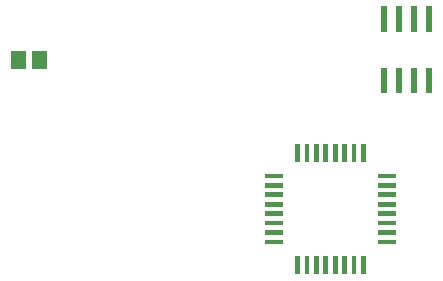
<source format=gbr>
G04 start of page 10 for group -4015 idx -4015 *
G04 Title: (unknown), toppaste *
G04 Creator: pcb 20091103 *
G04 CreationDate: Sun 20 Mar 2011 05:20:08 AM GMT UTC *
G04 For: gjhurlbu *
G04 Format: Gerber/RS-274X *
G04 PCB-Dimensions: 600000 500000 *
G04 PCB-Coordinate-Origin: lower left *
%MOIN*%
%FSLAX25Y25*%
%LNFRONTPASTE*%
%ADD17R,0.0157X0.0157*%
%ADD18R,0.0200X0.0200*%
%ADD19R,0.0512X0.0512*%
G54D19*X51000Y399000D02*Y398214D01*
X43914Y399000D02*Y398214D01*
G54D18*X166000Y395000D02*Y388500D01*
X171000Y395000D02*Y388500D01*
X176000Y395000D02*Y388500D01*
X181000Y395000D02*Y388500D01*
Y415500D02*Y409000D01*
X176000Y415500D02*Y409000D01*
X171000Y415500D02*Y409000D01*
X166000Y415500D02*Y409000D01*
G54D17*X164566Y337977D02*X168992D01*
X164566Y341126D02*X168992D01*
X164566Y344276D02*X168992D01*
X164566Y347425D02*X168992D01*
X164566Y350575D02*X168992D01*
X164566Y353725D02*X168992D01*
X164566Y356874D02*X168992D01*
X164566Y360024D02*X168992D01*
X159023Y369992D02*Y365566D01*
X155874Y369992D02*Y365566D01*
X152724Y369992D02*Y365566D01*
X149575Y369992D02*Y365566D01*
X146425Y369992D02*Y365566D01*
X143275Y369992D02*Y365566D01*
X140126Y369992D02*Y365566D01*
X136976Y369992D02*Y365566D01*
X127008Y360023D02*X131434D01*
X127008Y356874D02*X131434D01*
X127008Y353724D02*X131434D01*
X127008Y350575D02*X131434D01*
X127008Y347425D02*X131434D01*
X127008Y344275D02*X131434D01*
X127008Y341126D02*X131434D01*
X127008Y337976D02*X131434D01*
X136977Y332434D02*Y328008D01*
X140126Y332434D02*Y328008D01*
X143276Y332434D02*Y328008D01*
X146425Y332434D02*Y328008D01*
X149575Y332434D02*Y328008D01*
X152725Y332434D02*Y328008D01*
X155874Y332434D02*Y328008D01*
X159024Y332434D02*Y328008D01*
M02*

</source>
